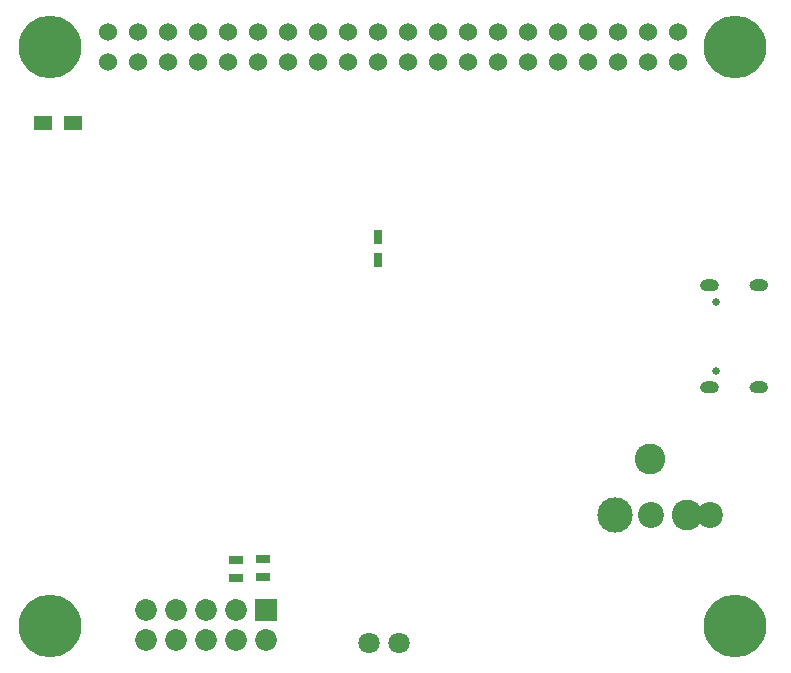
<source format=gbs>
%TF.GenerationSoftware,KiCad,Pcbnew,(5.1.8)-1*%
%TF.CreationDate,2021-11-18T21:11:29+01:00*%
%TF.ProjectId,radioberry-juice,72616469-6f62-4657-9272-792d6a756963,rev?*%
%TF.SameCoordinates,Original*%
%TF.FileFunction,Soldermask,Bot*%
%TF.FilePolarity,Negative*%
%FSLAX46Y46*%
G04 Gerber Fmt 4.6, Leading zero omitted, Abs format (unit mm)*
G04 Created by KiCad (PCBNEW (5.1.8)-1) date 2021-11-18 21:11:29*
%MOMM*%
%LPD*%
G01*
G04 APERTURE LIST*
%ADD10R,0.750000X1.200000*%
%ADD11C,1.850000*%
%ADD12R,1.850000X1.850000*%
%ADD13C,1.524000*%
%ADD14C,2.200000*%
%ADD15C,2.600000*%
%ADD16C,3.000000*%
%ADD17C,0.670000*%
%ADD18C,5.300000*%
%ADD19R,1.143000X0.635000*%
%ADD20R,1.500000X1.250000*%
%ADD21C,1.800000*%
G04 APERTURE END LIST*
D10*
%TO.C,C22*%
X121250000Y-92500000D03*
X121250000Y-90600000D03*
%TD*%
D11*
%TO.C,DB1*%
X101590000Y-124690000D03*
X101590000Y-122150000D03*
X104130000Y-124690000D03*
X104130000Y-122150000D03*
X106670000Y-124690000D03*
X106670000Y-122150000D03*
X109210000Y-124690000D03*
X109210000Y-122150000D03*
X111750000Y-124690000D03*
D12*
X111750000Y-122150000D03*
%TD*%
D13*
%TO.C,J5*%
X146630000Y-73230000D03*
X146630000Y-75770000D03*
X144090000Y-73230000D03*
X144090000Y-75770000D03*
X141550000Y-73230000D03*
X141550000Y-75770000D03*
X139010000Y-73230000D03*
X139010000Y-75770000D03*
X136470000Y-73230000D03*
X136470000Y-75770000D03*
X133930000Y-73230000D03*
X133930000Y-75770000D03*
X131390000Y-73230000D03*
X131390000Y-75770000D03*
X128850000Y-73230000D03*
X128850000Y-75770000D03*
X126310000Y-73230000D03*
X126310000Y-75770000D03*
X123770000Y-73230000D03*
X123770000Y-75770000D03*
X121230000Y-73230000D03*
X121230000Y-75770000D03*
X118690000Y-73230000D03*
X118690000Y-75770000D03*
X116150000Y-73230000D03*
X116150000Y-75770000D03*
X113610000Y-73230000D03*
X113610000Y-75770000D03*
X111070000Y-73230000D03*
X111070000Y-75770000D03*
X108530000Y-73230000D03*
X108530000Y-75770000D03*
X105990000Y-73230000D03*
X105990000Y-75770000D03*
X103450000Y-73230000D03*
X103450000Y-75770000D03*
X100910000Y-73230000D03*
X100910000Y-75770000D03*
X98370000Y-73230000D03*
X98370000Y-75770000D03*
%TD*%
D14*
%TO.C,CN1*%
X149400000Y-114100000D03*
X144400000Y-114100000D03*
D15*
X144300000Y-109400000D03*
X147450000Y-114100000D03*
D16*
X141300000Y-114100000D03*
%TD*%
D17*
%TO.C,J2*%
X149850000Y-96100000D03*
X149850000Y-101900000D03*
G36*
G01*
X153800000Y-103820000D02*
X153200000Y-103820000D01*
G75*
G02*
X152700000Y-103320000I0J500000D01*
G01*
X152700000Y-103320000D01*
G75*
G02*
X153200000Y-102820000I500000J0D01*
G01*
X153800000Y-102820000D01*
G75*
G02*
X154300000Y-103320000I0J-500000D01*
G01*
X154300000Y-103320000D01*
G75*
G02*
X153800000Y-103820000I-500000J0D01*
G01*
G37*
G36*
G01*
X153800000Y-95180000D02*
X153200000Y-95180000D01*
G75*
G02*
X152700000Y-94680000I0J500000D01*
G01*
X152700000Y-94680000D01*
G75*
G02*
X153200000Y-94180000I500000J0D01*
G01*
X153800000Y-94180000D01*
G75*
G02*
X154300000Y-94680000I0J-500000D01*
G01*
X154300000Y-94680000D01*
G75*
G02*
X153800000Y-95180000I-500000J0D01*
G01*
G37*
G36*
G01*
X149620000Y-95180000D02*
X149020000Y-95180000D01*
G75*
G02*
X148520000Y-94680000I0J500000D01*
G01*
X148520000Y-94680000D01*
G75*
G02*
X149020000Y-94180000I500000J0D01*
G01*
X149620000Y-94180000D01*
G75*
G02*
X150120000Y-94680000I0J-500000D01*
G01*
X150120000Y-94680000D01*
G75*
G02*
X149620000Y-95180000I-500000J0D01*
G01*
G37*
G36*
G01*
X149620000Y-103820000D02*
X149020000Y-103820000D01*
G75*
G02*
X148520000Y-103320000I0J500000D01*
G01*
X148520000Y-103320000D01*
G75*
G02*
X149020000Y-102820000I500000J0D01*
G01*
X149620000Y-102820000D01*
G75*
G02*
X150120000Y-103320000I0J-500000D01*
G01*
X150120000Y-103320000D01*
G75*
G02*
X149620000Y-103820000I-500000J0D01*
G01*
G37*
%TD*%
D18*
%TO.C,J9*%
X151500000Y-123500000D03*
%TD*%
%TO.C,J8*%
X93500000Y-123500000D03*
%TD*%
%TO.C,J7*%
X151500000Y-74500000D03*
%TD*%
%TO.C,J6*%
X93500000Y-74500000D03*
%TD*%
D19*
%TO.C,J3*%
X111550000Y-119362000D03*
X111550000Y-117838000D03*
%TD*%
%TO.C,J4*%
X109250000Y-117938000D03*
X109250000Y-119462000D03*
%TD*%
D20*
%TO.C,C35*%
X92900000Y-80900000D03*
X95400000Y-80900000D03*
%TD*%
D21*
%TO.C,J1*%
X123050000Y-125000000D03*
X120510000Y-125000000D03*
%TD*%
M02*

</source>
